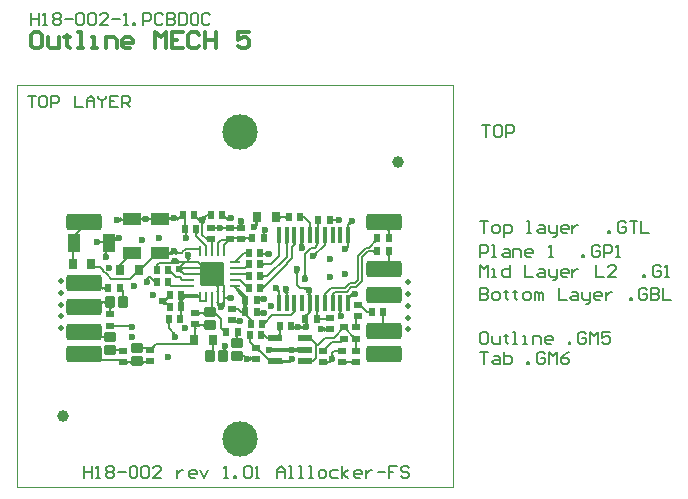
<source format=gtl>
G04 Layer_Physical_Order=1*
G04 Layer_Color=255*
%FSLAX42Y42*%
%MOMM*%
G71*
G01*
G75*
G04:AMPARAMS|DCode=10|XSize=0.57mm|YSize=0.65mm|CornerRadius=0.06mm|HoleSize=0mm|Usage=FLASHONLY|Rotation=180.000|XOffset=0mm|YOffset=0mm|HoleType=Round|Shape=RoundedRectangle|*
%AMROUNDEDRECTD10*
21,1,0.57,0.54,0,0,180.0*
21,1,0.46,0.65,0,0,180.0*
1,1,0.12,-0.23,0.27*
1,1,0.12,0.23,0.27*
1,1,0.12,0.23,-0.27*
1,1,0.12,-0.23,-0.27*
%
%ADD10ROUNDEDRECTD10*%
G04:AMPARAMS|DCode=11|XSize=0.57mm|YSize=0.65mm|CornerRadius=0.06mm|HoleSize=0mm|Usage=FLASHONLY|Rotation=90.000|XOffset=0mm|YOffset=0mm|HoleType=Round|Shape=RoundedRectangle|*
%AMROUNDEDRECTD11*
21,1,0.57,0.54,0,0,90.0*
21,1,0.46,0.65,0,0,90.0*
1,1,0.12,0.27,0.23*
1,1,0.12,0.27,-0.23*
1,1,0.12,-0.27,-0.23*
1,1,0.12,-0.27,0.23*
%
%ADD11ROUNDEDRECTD11*%
G04:AMPARAMS|DCode=12|XSize=0.8mm|YSize=1mm|CornerRadius=0.04mm|HoleSize=0mm|Usage=FLASHONLY|Rotation=0.000|XOffset=0mm|YOffset=0mm|HoleType=Round|Shape=RoundedRectangle|*
%AMROUNDEDRECTD12*
21,1,0.80,0.92,0,0,0.0*
21,1,0.72,1.00,0,0,0.0*
1,1,0.08,0.36,-0.46*
1,1,0.08,-0.36,-0.46*
1,1,0.08,-0.36,0.46*
1,1,0.08,0.36,0.46*
%
%ADD12ROUNDEDRECTD12*%
G04:AMPARAMS|DCode=13|XSize=0.8mm|YSize=1mm|CornerRadius=0.04mm|HoleSize=0mm|Usage=FLASHONLY|Rotation=90.000|XOffset=0mm|YOffset=0mm|HoleType=Round|Shape=RoundedRectangle|*
%AMROUNDEDRECTD13*
21,1,0.80,0.92,0,0,90.0*
21,1,0.72,1.00,0,0,90.0*
1,1,0.08,0.46,0.36*
1,1,0.08,0.46,-0.36*
1,1,0.08,-0.46,-0.36*
1,1,0.08,-0.46,0.36*
%
%ADD13ROUNDEDRECTD13*%
%ADD14C,1.00*%
%ADD15R,1.60X1.05*%
%ADD16R,0.70X0.90*%
%ADD17R,1.05X1.60*%
G04:AMPARAMS|DCode=18|XSize=0.25mm|YSize=0.9mm|CornerRadius=0.06mm|HoleSize=0mm|Usage=FLASHONLY|Rotation=0.000|XOffset=0mm|YOffset=0mm|HoleType=Round|Shape=RoundedRectangle|*
%AMROUNDEDRECTD18*
21,1,0.25,0.78,0,0,0.0*
21,1,0.13,0.90,0,0,0.0*
1,1,0.13,0.06,-0.39*
1,1,0.13,-0.06,-0.39*
1,1,0.13,-0.06,0.39*
1,1,0.13,0.06,0.39*
%
%ADD18ROUNDEDRECTD18*%
G04:AMPARAMS|DCode=19|XSize=0.25mm|YSize=0.9mm|CornerRadius=0.06mm|HoleSize=0mm|Usage=FLASHONLY|Rotation=90.000|XOffset=0mm|YOffset=0mm|HoleType=Round|Shape=RoundedRectangle|*
%AMROUNDEDRECTD19*
21,1,0.25,0.78,0,0,90.0*
21,1,0.13,0.90,0,0,90.0*
1,1,0.13,0.39,0.06*
1,1,0.13,0.39,-0.06*
1,1,0.13,-0.39,-0.06*
1,1,0.13,-0.39,0.06*
%
%ADD19ROUNDEDRECTD19*%
G04:AMPARAMS|DCode=20|XSize=2.1mm|YSize=2.1mm|CornerRadius=0.32mm|HoleSize=0mm|Usage=FLASHONLY|Rotation=0.000|XOffset=0mm|YOffset=0mm|HoleType=Round|Shape=RoundedRectangle|*
%AMROUNDEDRECTD20*
21,1,2.10,1.47,0,0,0.0*
21,1,1.47,2.10,0,0,0.0*
1,1,0.63,0.73,-0.73*
1,1,0.63,-0.73,-0.73*
1,1,0.63,-0.73,0.73*
1,1,0.63,0.73,0.73*
%
%ADD20ROUNDEDRECTD20*%
%ADD21R,1.22X0.62*%
G04:AMPARAMS|DCode=22|XSize=1.35mm|YSize=0.4mm|CornerRadius=0.06mm|HoleSize=0mm|Usage=FLASHONLY|Rotation=270.000|XOffset=0mm|YOffset=0mm|HoleType=Round|Shape=RoundedRectangle|*
%AMROUNDEDRECTD22*
21,1,1.35,0.28,0,0,270.0*
21,1,1.23,0.40,0,0,270.0*
1,1,0.12,-0.14,-0.61*
1,1,0.12,-0.14,0.61*
1,1,0.12,0.14,0.61*
1,1,0.12,0.14,-0.61*
%
%ADD22ROUNDEDRECTD22*%
%ADD23C,0.15*%
%ADD24C,0.30*%
%ADD25C,0.20*%
%ADD26C,0.25*%
%ADD27C,0.10*%
%ADD28C,3.00*%
%ADD29C,0.50*%
G04:AMPARAMS|DCode=30|XSize=3mm|YSize=1.4mm|CornerRadius=0.21mm|HoleSize=0mm|Usage=FLASHONLY|Rotation=0.000|XOffset=0mm|YOffset=0mm|HoleType=Round|Shape=RoundedRectangle|*
%AMROUNDEDRECTD30*
21,1,3.00,0.98,0,0,0.0*
21,1,2.58,1.40,0,0,0.0*
1,1,0.42,1.29,-0.49*
1,1,0.42,-1.29,-0.49*
1,1,0.42,-1.29,0.49*
1,1,0.42,1.29,0.49*
%
%ADD30ROUNDEDRECTD30*%
%ADD31C,0.60*%
G36*
X1295Y473D02*
Y452D01*
X1290D01*
Y483D01*
X1295Y473D01*
D02*
G37*
G36*
X1009Y452D02*
X986D01*
X990Y460D01*
X1005D01*
X1009Y452D01*
D02*
G37*
G36*
X2164D02*
X2141D01*
X2145Y460D01*
X2160D01*
X2164Y452D01*
D02*
G37*
G36*
X1571Y442D02*
X1550Y442D01*
X1539Y448D01*
X1569Y449D01*
X1571Y442D01*
D02*
G37*
G36*
X1679Y449D02*
X1659Y462D01*
Y478D01*
X1679Y491D01*
Y449D01*
D02*
G37*
G36*
X2078Y451D02*
X2047Y452D01*
X2057Y458D01*
X2079D01*
X2078Y451D01*
D02*
G37*
G36*
X1160Y475D02*
Y460D01*
X1152Y456D01*
Y479D01*
X1160Y475D01*
D02*
G37*
G36*
X1965Y477D02*
X1950D01*
X1946Y485D01*
X1969D01*
X1965Y477D01*
D02*
G37*
G36*
X2160D02*
X2145D01*
X2141Y485D01*
X2164D01*
X2160Y477D01*
D02*
G37*
G36*
X2095Y478D02*
X2080D01*
X2076Y485D01*
X2099D01*
X2095Y478D01*
D02*
G37*
G36*
X1190Y456D02*
X1182Y460D01*
Y475D01*
X1190Y479D01*
Y456D01*
D02*
G37*
G36*
X2356Y480D02*
X2369Y463D01*
X2327Y460D01*
X2339Y479D01*
X2336Y485D01*
X2359D01*
X2356Y480D01*
D02*
G37*
G36*
X2584Y469D02*
X2576Y472D01*
Y488D01*
X2584Y491D01*
Y469D01*
D02*
G37*
G36*
X2715Y440D02*
X2700D01*
X2696Y448D01*
X2719D01*
X2715Y440D01*
D02*
G37*
G36*
X2070Y388D02*
X2071D01*
X2071Y386D01*
X2081Y371D01*
X2039D01*
X2049Y386D01*
X2049Y388D01*
X2050D01*
X2052Y391D01*
X2067D01*
X2070Y388D01*
D02*
G37*
G36*
X1719Y386D02*
X1714Y375D01*
X1713Y407D01*
X1719Y407D01*
Y386D01*
D02*
G37*
G36*
X2491Y376D02*
X2469D01*
X2473Y384D01*
X2488D01*
X2491Y376D01*
D02*
G37*
G36*
X1160Y372D02*
Y358D01*
X1152Y354D01*
Y376D01*
X1160Y372D01*
D02*
G37*
G36*
X1190Y354D02*
X1182Y358D01*
Y372D01*
X1190Y376D01*
Y354D01*
D02*
G37*
G36*
X2039Y329D02*
X2025Y338D01*
X2011Y329D01*
Y371D01*
X2025Y362D01*
X2039Y371D01*
Y329D01*
D02*
G37*
G36*
X900Y380D02*
X885D01*
X881Y388D01*
X904D01*
X900Y380D01*
D02*
G37*
G36*
X2228Y409D02*
X2220Y412D01*
Y428D01*
X2228Y431D01*
Y409D01*
D02*
G37*
G36*
X1479Y379D02*
X1463Y389D01*
X1462Y389D01*
X1462Y390D01*
X1459Y392D01*
Y407D01*
X1462Y410D01*
X1462Y411D01*
X1464Y411D01*
X1479Y421D01*
Y379D01*
D02*
G37*
G36*
X1606Y412D02*
X1574D01*
Y418D01*
X1590Y423D01*
X1606Y412D01*
D02*
G37*
G36*
X2719Y390D02*
X2696D01*
X2700Y398D01*
X2715D01*
X2719Y390D01*
D02*
G37*
G36*
X2491Y416D02*
X2488Y409D01*
X2473Y409D01*
X2469Y418D01*
X2491Y416D01*
D02*
G37*
G36*
X2184Y428D02*
Y412D01*
X2176Y409D01*
Y431D01*
X2184Y428D01*
D02*
G37*
G36*
X1679Y569D02*
X1659Y582D01*
Y597D01*
X1679Y611D01*
Y569D01*
D02*
G37*
G36*
X1015Y572D02*
X985D01*
X977Y588D01*
X1022Y588D01*
X1015Y572D01*
D02*
G37*
G36*
X1041Y625D02*
Y595D01*
X1025Y589D01*
X1026Y632D01*
X1041Y625D01*
D02*
G37*
G36*
X1318Y555D02*
X1302D01*
X1299Y564D01*
X1321D01*
X1318Y555D01*
D02*
G37*
G36*
X1180Y578D02*
X1174Y562D01*
X1171Y564D01*
X1172Y581D01*
X1180Y578D01*
D02*
G37*
G36*
X1199Y564D02*
X1196Y562D01*
X1190Y578D01*
X1198Y581D01*
X1199Y564D01*
D02*
G37*
G36*
X1148Y599D02*
X1140Y603D01*
Y618D01*
X1148Y621D01*
Y599D01*
D02*
G37*
G36*
X516Y610D02*
X494D01*
X497Y618D01*
X512D01*
X516Y610D01*
D02*
G37*
G36*
X2096Y625D02*
X2099Y620D01*
X2087D01*
X2080Y618D01*
X2078Y620D01*
X2076D01*
X2077Y621D01*
X2065Y634D01*
X2106Y645D01*
X2096Y625D01*
D02*
G37*
G36*
X1839Y620D02*
X1816D01*
X1820Y628D01*
X1835D01*
X1839Y620D01*
D02*
G37*
G36*
X2456Y604D02*
X2437Y605D01*
X2432Y597D01*
X2426Y620D01*
X2432Y624D01*
X2443Y644D01*
X2456Y604D01*
D02*
G37*
G36*
X1559Y612D02*
X1514Y607D01*
X1503Y616D01*
X1538Y623D01*
X1559Y612D01*
D02*
G37*
G36*
X1399Y579D02*
X1379Y592D01*
X1372Y589D01*
Y611D01*
X1379Y608D01*
X1399Y621D01*
Y579D01*
D02*
G37*
G36*
X1268Y555D02*
X1252D01*
X1249Y564D01*
X1271D01*
X1268Y555D01*
D02*
G37*
G36*
X407Y503D02*
X392D01*
X389Y510D01*
X411D01*
X407Y503D01*
D02*
G37*
G36*
X2538Y523D02*
X2533Y506D01*
X2527Y511D01*
X2532Y533D01*
X2538Y523D01*
D02*
G37*
G36*
X1565Y512D02*
X1520D01*
X1527Y528D01*
X1557D01*
X1565Y512D01*
D02*
G37*
G36*
X1005Y480D02*
X990D01*
X986Y488D01*
X1009D01*
X1005Y480D01*
D02*
G37*
G36*
X411Y486D02*
X389D01*
X392Y494D01*
X407D01*
X411Y486D01*
D02*
G37*
G36*
X1470Y515D02*
Y500D01*
X1462Y496D01*
Y519D01*
X1470Y515D01*
D02*
G37*
G36*
X1271Y515D02*
X1249D01*
X1252Y522D01*
X1268D01*
X1271Y515D01*
D02*
G37*
G36*
X355Y549D02*
X348Y553D01*
Y568D01*
X355Y571D01*
Y549D01*
D02*
G37*
G36*
X1368Y555D02*
X1365D01*
X1368Y554D01*
X1370Y524D01*
X1339Y549D01*
X1310Y520D01*
X1306Y544D01*
X1316Y554D01*
X1339Y550D01*
X1351Y558D01*
X1349Y564D01*
X1371D01*
X1368Y555D01*
D02*
G37*
G36*
X1022Y552D02*
X977Y552D01*
X985Y568D01*
X1015D01*
X1022Y552D01*
D02*
G37*
G36*
X1557Y532D02*
X1527D01*
X1520Y548D01*
X1565D01*
X1557Y532D01*
D02*
G37*
G36*
X886Y588D02*
X877Y583D01*
X872Y570D01*
X877Y557D01*
X886Y552D01*
X874Y533D01*
X870Y541D01*
X849Y541D01*
X864Y570D01*
X849Y599D01*
X870Y599D01*
X874Y607D01*
X886Y588D01*
D02*
G37*
G36*
X338Y568D02*
Y553D01*
X330Y549D01*
X329Y571D01*
X338Y568D01*
D02*
G37*
G36*
X440Y370D02*
Y355D01*
X432Y351D01*
Y374D01*
X440Y370D01*
D02*
G37*
G36*
X2328Y136D02*
X2320Y140D01*
Y155D01*
X2328Y159D01*
Y136D01*
D02*
G37*
G36*
X1778Y175D02*
Y145D01*
X1761Y139D01*
Y181D01*
X1778Y175D01*
D02*
G37*
G36*
X1919Y139D02*
X1902Y145D01*
Y175D01*
X1919Y181D01*
Y139D01*
D02*
G37*
G36*
X1546Y107D02*
X1533Y94D01*
X1530Y100D01*
X1540Y110D01*
X1546Y107D01*
D02*
G37*
G36*
X1527Y112D02*
Y98D01*
X1520Y94D01*
Y116D01*
X1527Y112D01*
D02*
G37*
G36*
X2301Y101D02*
X2259D01*
X2273Y121D01*
X2288D01*
X2301Y101D01*
D02*
G37*
G36*
X457Y162D02*
Y148D01*
X450Y144D01*
Y166D01*
X457Y162D01*
D02*
G37*
G36*
X685Y183D02*
Y167D01*
X677Y164D01*
Y186D01*
X685Y183D01*
D02*
G37*
G36*
X708Y164D02*
X700Y167D01*
X701Y183D01*
X709Y185D01*
X708Y164D01*
D02*
G37*
G36*
X2238Y175D02*
X2232Y164D01*
X2213Y176D01*
X2224Y182D01*
X2238Y175D01*
D02*
G37*
G36*
X478Y144D02*
X470Y148D01*
Y162D01*
X478Y166D01*
Y144D01*
D02*
G37*
G36*
X1377Y149D02*
X1362D01*
X1349Y169D01*
X1391D01*
X1377Y149D01*
D02*
G37*
G36*
X1281Y155D02*
X1259Y155D01*
X1262Y162D01*
X1277D01*
X1281Y155D01*
D02*
G37*
G36*
X1732Y95D02*
X1733Y72D01*
X1727Y82D01*
X1730Y101D01*
X1732Y95D01*
D02*
G37*
G36*
X685Y60D02*
Y45D01*
X677Y41D01*
Y64D01*
X685Y60D01*
D02*
G37*
G36*
X708Y41D02*
X700Y45D01*
Y60D01*
X708Y64D01*
Y41D01*
D02*
G37*
G36*
X2240Y60D02*
Y45D01*
X2232Y41D01*
Y64D01*
X2240Y60D01*
D02*
G37*
G36*
X1866Y73D02*
Y47D01*
X1854Y41D01*
Y79D01*
X1866Y73D01*
D02*
G37*
G36*
X550Y60D02*
Y45D01*
X542Y41D01*
Y64D01*
X550Y60D01*
D02*
G37*
G36*
X578Y41D02*
X570Y45D01*
Y60D01*
X578Y64D01*
Y41D01*
D02*
G37*
G36*
X2400Y60D02*
Y45D01*
X2392Y41D01*
Y64D01*
X2400Y60D01*
D02*
G37*
G36*
X478Y59D02*
X470Y62D01*
X471Y77D01*
X479Y80D01*
X478Y59D01*
D02*
G37*
G36*
X338Y77D02*
X336Y62D01*
X325Y59D01*
X330Y81D01*
X338Y77D01*
D02*
G37*
G36*
X1596Y93D02*
X1598Y94D01*
Y92D01*
X1600Y90D01*
X1602Y75D01*
X1598Y72D01*
Y71D01*
X1597Y72D01*
X1583Y61D01*
X1580Y103D01*
X1596Y93D01*
D02*
G37*
G36*
X2448Y41D02*
X2440Y45D01*
Y60D01*
X2448Y64D01*
Y41D01*
D02*
G37*
G36*
X2273Y51D02*
X2258Y47D01*
X2247Y58D01*
X2251Y73D01*
X2273Y51D01*
D02*
G37*
G36*
X2115Y72D02*
Y57D01*
X2108Y54D01*
Y75D01*
X2115Y72D01*
D02*
G37*
G36*
X1131Y285D02*
X1109D01*
X1112Y292D01*
X1127D01*
X1131Y285D01*
D02*
G37*
G36*
X1838Y289D02*
X1840Y286D01*
X1808D01*
X1818Y291D01*
X1838Y289D01*
D02*
G37*
G36*
X1355Y341D02*
X1354Y313D01*
X1348Y324D01*
X1349Y344D01*
X1355Y341D01*
D02*
G37*
G36*
X2462Y281D02*
X2448Y264D01*
X2442Y275D01*
X2451Y287D01*
X2462Y281D01*
D02*
G37*
G36*
X1477Y270D02*
X1462D01*
X1459Y278D01*
X1481D01*
X1477Y270D01*
D02*
G37*
G36*
X960Y298D02*
X922Y281D01*
X923Y302D01*
X937Y308D01*
X960Y298D01*
D02*
G37*
G36*
X2365Y319D02*
X2354Y313D01*
X2342Y323D01*
X2348Y333D01*
X2365Y319D01*
D02*
G37*
G36*
X1969Y329D02*
X1949Y342D01*
Y358D01*
X1969Y371D01*
Y329D01*
D02*
G37*
G36*
X1127Y336D02*
X1112D01*
X1109Y344D01*
X1131D01*
X1127Y336D01*
D02*
G37*
G36*
X552Y340D02*
X538Y355D01*
X546Y370D01*
X569Y378D01*
X552Y340D01*
D02*
G37*
G36*
X2418Y320D02*
X2404Y313D01*
X2393Y319D01*
X2412Y331D01*
X2418Y320D01*
D02*
G37*
G36*
X1840Y320D02*
X1825D01*
X1821Y328D01*
X1844D01*
X1840Y320D01*
D02*
G37*
G36*
X2225Y342D02*
X2228Y344D01*
Y341D01*
X2229Y340D01*
Y325D01*
X2228Y324D01*
Y321D01*
X2225Y323D01*
X2209Y312D01*
Y354D01*
X2225Y342D01*
D02*
G37*
G36*
X1717Y279D02*
X1712Y263D01*
X1706D01*
Y295D01*
X1717Y279D01*
D02*
G37*
G36*
X1277Y188D02*
X1262D01*
X1259Y196D01*
X1281D01*
X1277Y188D01*
D02*
G37*
G36*
X1617Y206D02*
X1598Y194D01*
X1592Y205D01*
X1606Y212D01*
X1617Y206D01*
D02*
G37*
G36*
X1076Y196D02*
X1068Y200D01*
Y215D01*
X1076Y219D01*
Y196D01*
D02*
G37*
G36*
X778Y185D02*
X772Y174D01*
X753Y186D01*
X764Y192D01*
X778Y185D01*
D02*
G37*
G36*
X2491Y176D02*
X2469D01*
X2473Y184D01*
X2488D01*
X2491Y176D01*
D02*
G37*
G36*
X1987Y138D02*
X1974Y144D01*
X1961Y139D01*
Y181D01*
X1974Y176D01*
X1987Y183D01*
Y138D01*
D02*
G37*
G36*
X2488Y216D02*
X2473D01*
X2469Y224D01*
X2491D01*
X2488Y216D01*
D02*
G37*
G36*
X350Y254D02*
X342Y258D01*
Y272D01*
X350Y276D01*
Y254D01*
D02*
G37*
G36*
X338Y272D02*
X337Y258D01*
X328Y254D01*
X330Y276D01*
X338Y272D01*
D02*
G37*
G36*
X1481Y255D02*
X1459D01*
X1462Y262D01*
X1477D01*
X1481Y255D01*
D02*
G37*
G36*
X2364Y224D02*
X2356Y218D01*
X2342Y225D01*
X2347Y230D01*
X2364Y224D01*
D02*
G37*
G36*
X2113Y248D02*
Y226D01*
X2108D01*
Y258D01*
X2113Y248D01*
D02*
G37*
G36*
X1590Y240D02*
X1575D01*
X1571Y248D01*
X1594D01*
X1590Y240D01*
D02*
G37*
G36*
X1378Y1079D02*
X1370Y1082D01*
Y1098D01*
X1378Y1101D01*
Y1079D01*
D02*
G37*
G36*
X449Y1079D02*
X429Y1093D01*
Y1107D01*
X449Y1121D01*
Y1079D01*
D02*
G37*
G36*
X1450Y1107D02*
Y1093D01*
X1442Y1089D01*
Y1111D01*
X1450Y1107D01*
D02*
G37*
G36*
X1397Y1064D02*
X1386Y1058D01*
X1372Y1065D01*
X1378Y1076D01*
X1397Y1064D01*
D02*
G37*
G36*
X2653Y1068D02*
X2643Y1062D01*
X2628Y1069D01*
X2634Y1080D01*
X2653Y1068D01*
D02*
G37*
G36*
X1218Y1077D02*
X1207Y1093D01*
X1212Y1109D01*
X1218D01*
Y1077D01*
D02*
G37*
G36*
X1478Y1089D02*
X1470Y1093D01*
Y1107D01*
X1478Y1111D01*
Y1089D01*
D02*
G37*
G36*
X1720Y1142D02*
X1705Y1128D01*
X1697Y1132D01*
X1686D01*
X1689Y1138D01*
X1682Y1159D01*
X1720Y1142D01*
D02*
G37*
G36*
X2769Y1132D02*
X2746D01*
X2750Y1140D01*
X2765D01*
X2769Y1132D01*
D02*
G37*
G36*
X126Y1139D02*
X94D01*
X104Y1145D01*
X126D01*
Y1139D01*
D02*
G37*
G36*
X1550Y1107D02*
Y1093D01*
X1542Y1089D01*
Y1111D01*
X1550Y1107D01*
D02*
G37*
G36*
X1574Y1089D02*
X1566Y1093D01*
Y1107D01*
X1574Y1111D01*
Y1089D01*
D02*
G37*
G36*
X1048Y1141D02*
X1061Y1121D01*
X1019D01*
X1032Y1141D01*
X1029Y1148D01*
X1051D01*
X1048Y1141D01*
D02*
G37*
G36*
X1268Y1056D02*
X1252D01*
X1249Y1064D01*
X1271D01*
X1268Y1056D01*
D02*
G37*
G36*
X1148Y1001D02*
X1140Y1005D01*
Y1020D01*
X1148Y1024D01*
Y1001D01*
D02*
G37*
G36*
X1271Y1036D02*
X1249D01*
X1252Y1045D01*
X1268D01*
X1271Y1036D01*
D02*
G37*
G36*
X1321D02*
X1299D01*
X1302Y1045D01*
X1318D01*
X1321Y1036D01*
D02*
G37*
G36*
X2634Y979D02*
X2626Y982D01*
Y998D01*
X2634Y1001D01*
Y979D01*
D02*
G37*
G36*
X1719Y949D02*
X1701Y961D01*
X1696Y959D01*
Y981D01*
X1701Y979D01*
X1719Y991D01*
Y949D01*
D02*
G37*
G36*
X932Y961D02*
X908Y968D01*
X907Y969D01*
Y968D01*
X900Y964D01*
Y981D01*
X899Y982D01*
X900Y983D01*
Y986D01*
X901Y985D01*
X911Y997D01*
X932Y961D01*
D02*
G37*
G36*
X2030Y1060D02*
X2031D01*
X2031Y1059D01*
X2041Y1044D01*
X1999D01*
X2009Y1059D01*
X2009Y1060D01*
X2010D01*
X2012Y1064D01*
X2027D01*
X2030Y1060D01*
D02*
G37*
G36*
X2160Y1052D02*
X2145D01*
X2141Y1060D01*
X2164D01*
X2160Y1052D01*
D02*
G37*
G36*
X2225D02*
X2210D01*
X2206Y1060D01*
X2229D01*
X2225Y1052D01*
D02*
G37*
G36*
X2420D02*
X2405D01*
X2401Y1060D01*
X2424D01*
X2420Y1052D01*
D02*
G37*
G36*
X1835D02*
X1820D01*
X1816Y1060D01*
X1839D01*
X1835Y1052D01*
D02*
G37*
G36*
X1900D02*
X1885D01*
X1881Y1060D01*
X1904D01*
X1900Y1052D01*
D02*
G37*
G36*
X1967D02*
X1952D01*
X1949Y1060D01*
X1971D01*
X1967Y1052D01*
D02*
G37*
G36*
X981Y1277D02*
Y1262D01*
X961Y1249D01*
Y1291D01*
X981Y1277D01*
D02*
G37*
G36*
X1399Y1249D02*
X1379Y1262D01*
Y1277D01*
X1399Y1291D01*
Y1249D01*
D02*
G37*
G36*
X738Y1275D02*
X741Y1276D01*
Y1273D01*
X741Y1273D01*
Y1257D01*
X741Y1257D01*
Y1254D01*
X738Y1255D01*
X721Y1244D01*
Y1286D01*
X738Y1275D01*
D02*
G37*
G36*
X2319Y1239D02*
X2299Y1252D01*
Y1268D01*
X2319Y1281D01*
Y1239D01*
D02*
G37*
G36*
X498Y1270D02*
X501Y1271D01*
Y1268D01*
X501Y1268D01*
Y1252D01*
X501Y1252D01*
Y1249D01*
X498Y1250D01*
X481Y1239D01*
Y1281D01*
X498Y1270D01*
D02*
G37*
G36*
X2294Y1268D02*
Y1252D01*
X2286Y1249D01*
Y1271D01*
X2294Y1268D01*
D02*
G37*
G36*
X1040Y1262D02*
X1025Y1260D01*
X1021Y1268D01*
X1040Y1269D01*
X1040Y1262D01*
D02*
G37*
G36*
X1884Y1269D02*
X1876Y1273D01*
Y1288D01*
X1884Y1291D01*
Y1269D01*
D02*
G37*
G36*
X679Y1244D02*
X662Y1255D01*
X660Y1254D01*
Y1257D01*
X659Y1257D01*
Y1273D01*
X660Y1273D01*
Y1276D01*
X662Y1275D01*
X679Y1286D01*
Y1244D01*
D02*
G37*
G36*
X919Y1249D02*
X902Y1260D01*
X900Y1259D01*
Y1262D01*
X899Y1262D01*
Y1277D01*
X900Y1278D01*
Y1281D01*
X902Y1280D01*
X919Y1291D01*
Y1249D01*
D02*
G37*
G36*
X1214Y1284D02*
X1210Y1260D01*
X1180Y1290D01*
X1204Y1294D01*
X1214Y1284D01*
D02*
G37*
G36*
X1142Y1276D02*
X1135Y1262D01*
X1124Y1268D01*
X1136Y1287D01*
X1142Y1276D01*
D02*
G37*
G36*
X1842Y1288D02*
Y1273D01*
X1834Y1269D01*
Y1291D01*
X1842Y1288D01*
D02*
G37*
G36*
X2170Y1220D02*
X2155D01*
X2151Y1228D01*
X2174D01*
X2170Y1220D01*
D02*
G37*
G36*
X1450Y1195D02*
Y1180D01*
X1442Y1176D01*
Y1199D01*
X1450Y1195D01*
D02*
G37*
G36*
X1478Y1176D02*
X1470Y1180D01*
Y1195D01*
X1478Y1199D01*
Y1176D01*
D02*
G37*
G36*
X2170Y1201D02*
X2171Y1193D01*
X2151Y1195D01*
X2155Y1203D01*
X2170Y1201D01*
D02*
G37*
G36*
X1135Y1140D02*
X1120D01*
X1116Y1148D01*
X1139D01*
X1135Y1140D01*
D02*
G37*
G36*
X2765Y1162D02*
X2750D01*
X2746Y1170D01*
X2769D01*
X2765Y1162D01*
D02*
G37*
G36*
X145Y1165D02*
X124D01*
Y1170D01*
X156D01*
X145Y1165D01*
D02*
G37*
G36*
X2099Y1195D02*
X2076D01*
X2080Y1203D01*
X2095D01*
X2099Y1195D01*
D02*
G37*
G36*
X1044Y1212D02*
X1021D01*
X1025Y1220D01*
X1040D01*
X1044Y1212D01*
D02*
G37*
G36*
X2450Y1220D02*
X2426Y1216D01*
X2416Y1226D01*
X2420Y1250D01*
X2450Y1220D01*
D02*
G37*
G36*
X1188Y1219D02*
X1173D01*
X1159Y1239D01*
X1201D01*
X1188Y1219D01*
D02*
G37*
G36*
X2424Y1195D02*
X2401D01*
X2405Y1203D01*
X2420D01*
X2424Y1195D01*
D02*
G37*
G36*
X1644Y1236D02*
X1651D01*
X1648Y1229D01*
X1650Y1204D01*
X1619Y1230D01*
X1633Y1239D01*
X1644Y1236D01*
D02*
G37*
G36*
X1518Y1209D02*
X1502D01*
X1489Y1229D01*
X1531D01*
X1518Y1209D01*
D02*
G37*
G36*
X88Y973D02*
X73D01*
X69Y980D01*
X91D01*
X88Y973D01*
D02*
G37*
G36*
X1024Y739D02*
X1015Y743D01*
Y757D01*
X1024Y761D01*
Y739D01*
D02*
G37*
G36*
X725Y765D02*
X731Y751D01*
X691Y753D01*
X713Y774D01*
X725Y765D01*
D02*
G37*
G36*
X1704Y788D02*
Y772D01*
X1696Y769D01*
Y791D01*
X1704Y788D01*
D02*
G37*
G36*
X1549Y713D02*
X1544Y690D01*
X1538Y701D01*
X1543Y717D01*
X1549Y713D01*
D02*
G37*
G36*
X1365Y705D02*
X1355Y695D01*
X1348Y699D01*
X1361Y712D01*
X1365Y705D01*
D02*
G37*
G36*
X766Y761D02*
X764Y730D01*
X758Y741D01*
X758Y762D01*
X766Y761D01*
D02*
G37*
G36*
X1179Y779D02*
X1159Y793D01*
Y807D01*
X1179Y821D01*
Y779D01*
D02*
G37*
G36*
X1155Y789D02*
X1148Y793D01*
Y807D01*
X1155Y811D01*
Y789D01*
D02*
G37*
G36*
X1544D02*
X1536Y793D01*
X1536Y807D01*
X1545Y811D01*
X1544Y789D01*
D02*
G37*
G36*
X1120Y807D02*
Y793D01*
X1111Y789D01*
Y811D01*
X1120Y807D01*
D02*
G37*
G36*
X1241D02*
Y793D01*
X1221Y779D01*
Y821D01*
X1241Y807D01*
D02*
G37*
G36*
X605Y785D02*
X601Y780D01*
X600Y801D01*
X606Y811D01*
X605Y785D01*
D02*
G37*
G36*
X2071Y781D02*
X2029D01*
X2042Y801D01*
X2058D01*
X2071Y781D01*
D02*
G37*
G36*
X1024Y689D02*
X1015Y693D01*
Y707D01*
X1024Y711D01*
Y689D01*
D02*
G37*
G36*
X1900Y630D02*
X1885Y628D01*
X1871Y647D01*
X1913Y650D01*
X1900Y630D01*
D02*
G37*
G36*
X1833Y658D02*
X1822Y647D01*
X1807Y651D01*
X1829Y673D01*
X1833Y658D01*
D02*
G37*
G36*
X1321Y651D02*
X1299D01*
X1302Y660D01*
X1318D01*
X1321Y651D01*
D02*
G37*
G36*
X1904Y620D02*
X1881D01*
X1885Y628D01*
X1900D01*
X1904Y620D01*
D02*
G37*
G36*
X2229D02*
X2206D01*
X2210Y628D01*
X2225D01*
X2229Y620D01*
D02*
G37*
G36*
X2294D02*
X2271D01*
X2275Y628D01*
X2290D01*
X2294Y620D01*
D02*
G37*
G36*
X1371Y651D02*
X1349D01*
X1352Y660D01*
X1368D01*
X1371Y651D01*
D02*
G37*
G36*
X1702Y681D02*
X1696Y670D01*
Y702D01*
X1702D01*
Y681D01*
D02*
G37*
G36*
X1469Y682D02*
X1453Y677D01*
X1437Y688D01*
X1469D01*
Y682D01*
D02*
G37*
G36*
X1318Y688D02*
X1302D01*
X1299Y695D01*
X1321D01*
X1318Y688D01*
D02*
G37*
G36*
X2050Y658D02*
X2042Y674D01*
X2052Y685D01*
X2064Y686D01*
X2050Y658D01*
D02*
G37*
G36*
X354Y665D02*
X344Y670D01*
Y690D01*
X354Y695D01*
Y665D01*
D02*
G37*
G36*
X340Y690D02*
X340Y670D01*
X329Y665D01*
X330Y695D01*
X340Y690D01*
D02*
G37*
G36*
X1068Y919D02*
X1071Y912D01*
X1049D01*
X1052Y919D01*
X1039Y939D01*
X1081D01*
X1068Y919D01*
D02*
G37*
G36*
X1481Y912D02*
X1449D01*
X1460Y918D01*
X1481D01*
Y912D01*
D02*
G37*
G36*
X533Y918D02*
X512D01*
Y923D01*
X544D01*
X533Y918D01*
D02*
G37*
G36*
X936Y884D02*
X916Y886D01*
X912Y902D01*
X923Y924D01*
X936Y884D01*
D02*
G37*
G36*
X1120Y907D02*
Y893D01*
X1111Y889D01*
Y911D01*
X1120Y907D01*
D02*
G37*
G36*
X2769Y910D02*
X2746D01*
X2750Y918D01*
X2765D01*
X2769Y910D01*
D02*
G37*
G36*
X759Y923D02*
X748Y918D01*
X735Y926D01*
X741Y936D01*
X759Y923D01*
D02*
G37*
G36*
X368Y980D02*
X371D01*
X370Y978D01*
X381Y961D01*
X339D01*
X350Y978D01*
X349Y980D01*
X352D01*
X353Y981D01*
X367D01*
X368Y980D01*
D02*
G37*
G36*
X982Y985D02*
X974Y970D01*
X951Y962D01*
X968Y1000D01*
X982Y985D01*
D02*
G37*
G36*
X1544Y969D02*
X1536Y973D01*
Y988D01*
X1544Y991D01*
Y969D01*
D02*
G37*
G36*
X91Y925D02*
X69D01*
X73Y932D01*
X88D01*
X91Y925D01*
D02*
G37*
G36*
X2765Y950D02*
X2750D01*
X2746Y958D01*
X2769D01*
X2765Y950D01*
D02*
G37*
G36*
X2154Y974D02*
X2150Y950D01*
X2120Y980D01*
X2144Y984D01*
X2154Y974D01*
D02*
G37*
G36*
X992Y907D02*
X986Y893D01*
X963Y883D01*
X977Y923D01*
X992Y907D01*
D02*
G37*
G36*
X1155Y839D02*
X1148Y843D01*
Y857D01*
X1155Y861D01*
Y839D01*
D02*
G37*
G36*
X680Y849D02*
X674Y839D01*
Y871D01*
X680D01*
Y849D01*
D02*
G37*
G36*
X1010Y869D02*
X1010Y860D01*
X1016Y858D01*
X1024Y861D01*
Y839D01*
X1020Y841D01*
X1011Y832D01*
X1014Y816D01*
X1004Y806D01*
X980Y810D01*
X1005Y834D01*
X998Y854D01*
X973Y869D01*
X997Y877D01*
X1010Y869D01*
D02*
G37*
G36*
X1505Y807D02*
Y793D01*
X1496Y789D01*
Y811D01*
X1505Y807D01*
D02*
G37*
G36*
X922Y819D02*
X922Y798D01*
X914Y799D01*
X916Y830D01*
X922Y819D01*
D02*
G37*
G36*
X1988Y799D02*
X1973D01*
X1959Y819D01*
X2001D01*
X1988Y799D01*
D02*
G37*
G36*
X1120Y857D02*
Y843D01*
X1111Y839D01*
Y861D01*
X1120Y857D01*
D02*
G37*
G36*
X1704Y888D02*
Y873D01*
X1696Y869D01*
Y891D01*
X1704Y888D01*
D02*
G37*
G36*
X1163Y893D02*
X1155Y869D01*
X1150Y880D01*
X1155Y896D01*
X1163Y893D01*
D02*
G37*
G36*
X1024Y901D02*
X1029Y887D01*
X1023Y882D01*
X1020Y891D01*
X1015Y893D01*
Y907D01*
X1024Y911D01*
Y901D01*
D02*
G37*
G36*
X1505Y857D02*
Y843D01*
X1496Y839D01*
Y861D01*
X1505Y857D01*
D02*
G37*
G36*
X282Y868D02*
Y852D01*
X274Y849D01*
Y871D01*
X282Y868D01*
D02*
G37*
G36*
X804Y862D02*
X781D01*
X785Y870D01*
X800D01*
X804Y862D01*
D02*
G37*
G54D10*
X1685Y380D02*
D03*
X1590D02*
D03*
X1543Y580D02*
D03*
X1638D02*
D03*
X1348Y1300D02*
D03*
X1252D02*
D03*
X888Y730D02*
D03*
X793D02*
D03*
Y830D02*
D03*
X888D02*
D03*
X998Y620D02*
D03*
X902D02*
D03*
X998Y520D02*
D03*
X902D02*
D03*
X2258Y1260D02*
D03*
X2162D02*
D03*
X2052Y420D02*
D03*
X2148D02*
D03*
X1127Y1180D02*
D03*
X1032D02*
D03*
X1667Y980D02*
D03*
X1573D02*
D03*
X1912Y1280D02*
D03*
X2008D02*
D03*
X1667Y880D02*
D03*
X1573D02*
D03*
X478Y680D02*
D03*
X383D02*
D03*
X1667Y780D02*
D03*
X1573D02*
D03*
X1667Y680D02*
D03*
X1573D02*
D03*
X2758Y990D02*
D03*
X2662D02*
D03*
X2758Y1100D02*
D03*
X2662D02*
D03*
X893Y420D02*
D03*
X988D02*
D03*
X1677Y280D02*
D03*
X1582D02*
D03*
X1833Y360D02*
D03*
X1927D02*
D03*
X1698Y1100D02*
D03*
X1602D02*
D03*
X1012Y1300D02*
D03*
X1107D02*
D03*
X2612Y480D02*
D03*
X2708D02*
D03*
X1543D02*
D03*
X1638D02*
D03*
X1477Y310D02*
D03*
X1382D02*
D03*
G54D11*
X510Y148D02*
D03*
Y52D02*
D03*
X1430Y507D02*
D03*
Y412D02*
D03*
X400Y457D02*
D03*
Y362D02*
D03*
X1510Y1188D02*
D03*
Y1093D02*
D03*
X1250Y1188D02*
D03*
Y1093D02*
D03*
X1410Y1188D02*
D03*
Y1093D02*
D03*
X1120Y468D02*
D03*
Y372D02*
D03*
X2480Y52D02*
D03*
Y148D02*
D03*
X2260Y333D02*
D03*
Y428D02*
D03*
X2480Y253D02*
D03*
Y347D02*
D03*
X2380Y253D02*
D03*
Y347D02*
D03*
X1630Y82D02*
D03*
Y177D02*
D03*
X2360Y148D02*
D03*
Y52D02*
D03*
X2200D02*
D03*
Y148D02*
D03*
X2500Y445D02*
D03*
Y540D02*
D03*
X740Y158D02*
D03*
Y62D02*
D03*
G54D12*
X1245Y105D02*
D03*
X1355D02*
D03*
X505Y560D02*
D03*
X395D02*
D03*
G54D13*
X400Y155D02*
D03*
Y265D02*
D03*
X628Y65D02*
D03*
Y175D02*
D03*
X1240Y365D02*
D03*
Y475D02*
D03*
X1470Y215D02*
D03*
Y105D02*
D03*
G54D14*
X2840Y1750D02*
D03*
X0Y-400D02*
D03*
G54D15*
X580Y975D02*
D03*
Y1265D02*
D03*
X820Y975D02*
D03*
Y1265D02*
D03*
G54D16*
X480Y830D02*
D03*
X640D02*
D03*
X1270Y240D02*
D03*
X1110D02*
D03*
X1800Y1280D02*
D03*
X1640D02*
D03*
X80Y880D02*
D03*
X240D02*
D03*
G54D17*
X95Y1060D02*
D03*
X385D02*
D03*
G54D18*
X1160Y993D02*
D03*
X1210D02*
D03*
X1260D02*
D03*
X1310D02*
D03*
X1360D02*
D03*
Y607D02*
D03*
X1310D02*
D03*
X1260D02*
D03*
X1210D02*
D03*
X1160D02*
D03*
G54D19*
X1452Y900D02*
D03*
Y850D02*
D03*
Y800D02*
D03*
Y750D02*
D03*
Y700D02*
D03*
X1068D02*
D03*
Y750D02*
D03*
Y800D02*
D03*
Y850D02*
D03*
Y900D02*
D03*
G54D20*
X1260Y800D02*
D03*
G54D21*
X1793Y255D02*
D03*
X2047Y160D02*
D03*
X1793Y65D02*
D03*
X2047Y255D02*
D03*
Y65D02*
D03*
G54D22*
X2412Y1127D02*
D03*
X2348D02*
D03*
X2283D02*
D03*
X2217D02*
D03*
X2152D02*
D03*
X2088D02*
D03*
X2023D02*
D03*
X1958D02*
D03*
X1892D02*
D03*
X1827D02*
D03*
Y553D02*
D03*
X1892D02*
D03*
X1958D02*
D03*
X2023D02*
D03*
X2088D02*
D03*
X2152D02*
D03*
X2217D02*
D03*
X2283D02*
D03*
X2348D02*
D03*
X2412D02*
D03*
G54D23*
X1685Y380D02*
X1702D01*
X1773Y450D01*
X1933D01*
X1958Y475D01*
Y553D01*
X1590Y380D02*
Y412D01*
X1543Y460D02*
X1590Y412D01*
X1543Y460D02*
Y480D01*
X1582Y225D02*
Y280D01*
X1730Y255D02*
X1793D01*
X1705Y280D02*
X1730Y255D01*
X1677Y280D02*
X1705D01*
X1452Y688D02*
X1480Y660D01*
X1030Y900D02*
X1068D01*
X960D02*
X1030D01*
X950Y910D02*
X960Y900D01*
X930Y910D02*
X950D01*
X910Y890D02*
X930Y910D01*
X810Y890D02*
X910D01*
X793Y873D02*
X810Y890D01*
X793Y830D02*
Y873D01*
X368Y798D02*
X372D01*
X338Y828D02*
X368Y798D01*
X338Y828D02*
Y832D01*
X310Y860D02*
X338Y832D01*
X260Y860D02*
X310D01*
X372Y798D02*
X410Y760D01*
X793Y830D02*
X795Y832D01*
X980Y850D02*
X1030Y900D01*
X385Y1060D02*
X395Y1070D01*
X415D01*
X2217Y1048D02*
Y1127D01*
X2120Y950D02*
X2217Y1048D01*
X1958Y1127D02*
X1960Y1125D01*
Y1050D02*
Y1125D01*
X1940Y1030D02*
X1960Y1050D01*
X1667Y680D02*
X1690D01*
X1892Y943D02*
Y1127D01*
X1730Y780D02*
X1892Y943D01*
X1667Y780D02*
X1730D01*
X1827Y948D02*
Y1127D01*
X1760Y880D02*
X1827Y948D01*
X1667Y880D02*
X1760D01*
X1667Y980D02*
X1677Y970D01*
X1740D01*
X1890Y670D02*
X1892Y668D01*
Y553D02*
Y668D01*
X2400Y650D02*
X2440Y690D01*
X2300Y650D02*
X2400D01*
X2388Y680D02*
X2428Y720D01*
X2270Y680D02*
X2388D01*
X2283Y632D02*
X2300Y650D01*
X2440Y690D02*
X2480D01*
X2217Y628D02*
X2270Y680D01*
X2428Y720D02*
X2468D01*
X2080Y660D02*
X2088Y653D01*
Y553D02*
Y653D01*
Y478D02*
Y553D01*
X2052Y443D02*
X2088Y478D01*
X2052Y420D02*
Y443D01*
X2148Y420D02*
X2152Y425D01*
Y553D01*
X2720Y840D02*
X2758Y877D01*
Y990D01*
X2662Y1093D02*
Y1100D01*
X2480Y690D02*
X2530Y740D01*
X2468Y720D02*
X2500Y752D01*
X2217Y553D02*
Y628D01*
X2283Y553D02*
Y632D01*
X2758Y1100D02*
Y1212D01*
X2348Y443D02*
X2350Y440D01*
X2348Y443D02*
Y553D01*
X2450Y630D02*
X2470D01*
X2412Y593D02*
X2450Y630D01*
X2412Y553D02*
Y593D01*
X2140Y200D02*
Y210D01*
Y90D02*
Y200D01*
X2377Y347D02*
X2380D01*
X2290Y260D02*
X2377Y347D01*
X2220Y260D02*
X2290D01*
X2160Y200D02*
X2220Y260D01*
X2140Y200D02*
X2160D01*
X2192Y333D02*
X2260D01*
X2252Y420D02*
X2260Y428D01*
X2148Y420D02*
X2252D01*
X1990Y350D02*
X2060D01*
X1927Y360D02*
X1938Y350D01*
X1990D01*
X2052Y420D02*
X2060Y412D01*
Y350D02*
Y412D01*
X2047Y255D02*
X2095D01*
X2140Y210D01*
X2115Y65D02*
X2140Y90D01*
X2047Y65D02*
X2115D01*
X2480Y347D02*
Y432D01*
X2475Y253D02*
X2480D01*
X2380Y347D02*
X2475Y253D01*
X2480Y148D02*
Y253D01*
X2360Y52D02*
X2480D01*
X2348Y220D02*
X2380Y253D01*
X2273Y220D02*
X2348D01*
X2200Y148D02*
X2273Y220D01*
X395Y1070D02*
X425Y1100D01*
X470D01*
X2390Y1010D02*
X2412Y1032D01*
Y1127D01*
X1800Y1280D02*
X1912D01*
X1698Y1157D02*
X1710Y1170D01*
X1698Y1100D02*
Y1157D01*
X1310Y750D02*
X1360Y700D01*
X1260Y800D02*
X1310Y750D01*
X1360Y607D02*
Y700D01*
X1310Y607D02*
Y750D01*
X1360Y607D02*
X1368Y600D01*
X1420D01*
X1310Y550D02*
X1340Y520D01*
X1310Y550D02*
Y607D01*
X1340Y520D02*
X1360Y540D01*
Y607D01*
X1570Y680D02*
X1573D01*
X1500Y750D02*
X1570Y680D01*
X1452Y750D02*
X1500D01*
X1552Y800D02*
X1573Y780D01*
X1452Y800D02*
X1552D01*
X1543Y850D02*
X1573Y880D01*
X1452Y850D02*
X1543D01*
X1532Y980D02*
X1573D01*
X1452Y900D02*
X1532Y980D01*
X1360Y1043D02*
X1407Y1090D01*
X1410Y1093D01*
X1340Y1090D02*
X1407D01*
X1310Y1060D02*
X1340Y1090D01*
X1310Y993D02*
Y1060D01*
X1360Y993D02*
Y1043D01*
X1410Y1093D02*
X1418Y1100D01*
X1620Y1200D02*
X1640Y1220D01*
Y1280D01*
X1218Y1093D02*
X1250D01*
X1410Y1188D02*
X1510D01*
X1250Y1093D02*
X1260Y1082D01*
Y993D02*
Y1082D01*
X1127Y1123D02*
Y1180D01*
Y1123D02*
X1210Y1040D01*
Y993D02*
Y1040D01*
X1032Y1180D02*
X1040Y1173D01*
Y1100D02*
Y1173D01*
X1008Y978D02*
Y982D01*
X1038Y1012D01*
X1160Y993D02*
Y1012D01*
X1012Y1300D02*
X1032Y1280D01*
Y1180D02*
Y1280D01*
X820Y1265D02*
X855Y1300D01*
X545D02*
X580Y1265D01*
X80Y1045D02*
X95Y1060D01*
X80Y880D02*
Y1045D01*
X480Y875D02*
X580Y975D01*
X480Y830D02*
Y875D01*
X795Y975D02*
X820D01*
X650Y830D02*
X795Y975D01*
X640Y830D02*
X650D01*
X240Y880D02*
X260Y860D01*
X1060Y907D02*
X1068Y900D01*
X1060Y907D02*
Y960D01*
X1190Y850D02*
X1210D01*
X1068D02*
X1190D01*
X1140Y900D02*
X1190Y850D01*
X1068Y900D02*
X1140D01*
X1210Y850D02*
X1260Y800D01*
X1200D02*
X1260D01*
X1068D02*
X1200D01*
X980Y840D02*
Y850D01*
Y840D02*
X1020Y800D01*
X1068D01*
X1068Y800D01*
X980Y840D02*
X990Y850D01*
X1068D01*
X1240Y475D02*
X1260Y495D01*
X1232Y468D02*
X1240Y475D01*
X1120Y468D02*
X1232D01*
X1120Y372D02*
X1127Y365D01*
X1240D01*
X360Y940D02*
Y1035D01*
X385Y1060D01*
X2008Y1280D02*
X2040D01*
X2088Y1232D01*
Y1127D02*
Y1232D01*
X2162Y1138D02*
Y1260D01*
X2152Y1127D02*
X2162Y1138D01*
X2258Y1260D02*
X2340D01*
X2152Y1043D02*
Y1127D01*
X2130Y1020D02*
X2152Y1043D01*
X1690Y680D02*
X1898Y888D01*
Y894D01*
X1940Y937D01*
Y1030D01*
X1348Y1300D02*
X1377Y1270D01*
X1420D01*
X1180Y1130D02*
X1218Y1093D01*
X1180Y1130D02*
Y1260D01*
X885Y1270D02*
X940D01*
X982D02*
X1012Y1300D01*
X940Y1270D02*
X982D01*
X700Y1265D02*
X820D01*
X580D02*
X700D01*
X460Y1260D02*
X505D01*
X1630Y177D02*
X1658Y150D01*
X1670D01*
X1755Y65D01*
X1793D01*
X1582Y225D02*
X1630Y177D01*
X1793Y65D02*
X1798Y60D01*
X2200Y52D02*
X2252D01*
X2280Y80D01*
Y130D01*
X2298Y148D01*
X2360D01*
X2530Y740D02*
Y940D01*
X2580Y990D01*
X2662D01*
X2500Y952D02*
X2568Y1020D01*
X2590D01*
X2662Y1093D01*
X2500Y752D02*
Y952D01*
X2708Y333D02*
Y480D01*
Y333D02*
X2720Y320D01*
X2500Y540D02*
X2510D01*
X2570Y480D01*
X2612D01*
X2067Y660D02*
X2080D01*
X2047Y680D02*
X2067Y660D01*
X2010Y680D02*
X2047D01*
X1980Y710D02*
X2010Y680D01*
X1980Y710D02*
Y840D01*
X2412Y1127D02*
Y1212D01*
X2450Y1250D01*
X1452Y688D02*
Y700D01*
X1430Y507D02*
X1482D01*
X1510Y480D01*
X1543D01*
X1443Y400D02*
X1500D01*
X1430Y412D02*
X1443Y400D01*
X1210Y570D02*
Y607D01*
X1260Y495D02*
Y607D01*
X840Y570D02*
X852D01*
X902Y620D01*
X852Y570D02*
X902Y520D01*
X852Y570D02*
X852D01*
X1510Y1188D02*
Y1250D01*
Y1270D01*
X1240Y475D02*
X1282D01*
X1340Y418D01*
Y342D02*
Y418D01*
Y342D02*
X1373Y310D01*
X1382D01*
X1470Y105D02*
X1535D01*
X1560Y80D01*
X1562Y82D02*
X1630D01*
X1560Y80D02*
X1562Y82D01*
X1370Y120D02*
Y190D01*
X1355Y105D02*
X1370Y120D01*
X1270Y130D02*
Y240D01*
X1245Y105D02*
X1270Y130D01*
X1120Y250D02*
Y372D01*
X1110Y240D02*
X1120Y250D01*
X400Y155D02*
X503D01*
X225Y265D02*
X400D01*
X180Y310D02*
X225Y265D01*
X730Y52D02*
X740Y62D01*
X628Y175D02*
X722D01*
X740Y158D01*
X888Y830D02*
X900D01*
X960Y770D01*
X990D01*
X1010Y750D01*
X1068D01*
X918Y700D02*
X1068D01*
X888Y730D02*
X918Y700D01*
X710Y730D02*
Y760D01*
X720Y770D01*
X740D01*
X780Y730D01*
X793D01*
X505Y560D02*
Y653D01*
X478Y680D02*
X505Y653D01*
X220Y560D02*
X395D01*
X180Y520D02*
X220Y560D01*
X400Y457D02*
Y555D01*
X395Y560D02*
X400Y555D01*
X740Y158D02*
X790Y208D01*
X1077D01*
X1110Y240D01*
X410Y760D02*
X570D01*
X640Y830D01*
X1638Y480D02*
X1648Y470D01*
X1700D01*
X1638Y580D02*
X1648Y590D01*
X1700D01*
X580Y270D02*
X582Y272D01*
X400Y362D02*
X568D01*
X580Y350D01*
X950Y270D02*
Y285D01*
X893Y342D02*
X950Y285D01*
X893Y342D02*
Y420D01*
X1470Y215D02*
Y303D01*
X1477Y310D01*
X1793Y255D02*
X1833Y295D01*
Y360D01*
X180Y100D02*
X210Y70D01*
X493D01*
X510Y52D01*
X95Y1060D02*
Y1125D01*
X200Y1230D02*
Y1240D01*
X1180Y1260D02*
X1220Y1300D01*
X1252D01*
X1107D02*
X1148Y1260D01*
X1180D01*
X820Y975D02*
X823Y978D01*
X952D02*
X1008D01*
X940Y990D02*
X952Y978D01*
X925Y975D02*
X940Y990D01*
X820Y975D02*
X925D01*
X2050Y760D02*
Y970D01*
X2100Y1020D01*
X2130D01*
X2020Y1023D02*
Y1125D01*
X2023Y1127D01*
X1827Y553D02*
Y653D01*
X1800Y680D02*
X1827Y653D01*
X510Y52D02*
X730D01*
X1418Y1100D02*
X1602D01*
X95Y1125D02*
X200Y1230D01*
X180Y1260D02*
X200Y1240D01*
X1038Y1012D02*
X1160D01*
X2480Y432D02*
X2500Y453D01*
X2720Y1250D02*
X2758Y1212D01*
X998Y420D02*
Y520D01*
X1160Y570D02*
Y610D01*
Y570D02*
X1210D01*
X1130Y610D02*
X1160D01*
X2190Y330D02*
X2192Y333D01*
X290Y1070D02*
X395D01*
X505Y1260D02*
X545Y1300D01*
X855D02*
X885Y1270D01*
X1250Y1188D02*
X1410D01*
G54D24*
X1740Y160D02*
X1940D01*
X2047D01*
X1480Y660D02*
X1543Y597D01*
Y580D02*
Y597D01*
Y480D02*
Y580D01*
X1010Y610D02*
X1130D01*
X1000Y620D02*
X1010Y610D01*
X1000Y520D02*
Y620D01*
X-200Y2850D02*
X-247D01*
X-270Y2827D01*
Y2733D01*
X-247Y2710D01*
X-200D01*
X-177Y2733D01*
Y2827D01*
X-200Y2850D01*
X-130Y2803D02*
Y2733D01*
X-107Y2710D01*
X-37D01*
Y2803D01*
X33Y2827D02*
Y2803D01*
X10D01*
X57D01*
X33D01*
Y2733D01*
X57Y2710D01*
X127D02*
X173D01*
X150D01*
Y2850D01*
X127D01*
X243Y2710D02*
X290D01*
X266D01*
Y2803D01*
X243D01*
X360Y2710D02*
Y2803D01*
X430D01*
X453Y2780D01*
Y2710D01*
X570D02*
X523D01*
X500Y2733D01*
Y2780D01*
X523Y2803D01*
X570D01*
X593Y2780D01*
Y2757D01*
X500D01*
X780Y2710D02*
Y2850D01*
X826Y2803D01*
X873Y2850D01*
Y2710D01*
X1013Y2850D02*
X920D01*
Y2710D01*
X1013D01*
X920Y2780D02*
X966D01*
X1153Y2827D02*
X1130Y2850D01*
X1083D01*
X1060Y2827D01*
Y2733D01*
X1083Y2710D01*
X1130D01*
X1153Y2733D01*
X1200Y2850D02*
Y2710D01*
Y2780D01*
X1293D01*
Y2850D01*
Y2710D01*
X1573Y2850D02*
X1479D01*
Y2780D01*
X1526Y2803D01*
X1549D01*
X1573Y2780D01*
Y2733D01*
X1549Y2710D01*
X1503D01*
X1479Y2733D01*
G54D25*
X220Y680D02*
X383D01*
X180Y720D02*
X220Y680D01*
X-300Y2310D02*
X-233D01*
X-267D01*
Y2210D01*
X-150Y2310D02*
X-183D01*
X-200Y2293D01*
Y2227D01*
X-183Y2210D01*
X-150D01*
X-133Y2227D01*
Y2293D01*
X-150Y2310D01*
X-100Y2210D02*
Y2310D01*
X-50D01*
X-33Y2293D01*
Y2260D01*
X-50Y2243D01*
X-100D01*
X100Y2310D02*
Y2210D01*
X167D01*
X200D02*
Y2277D01*
X233Y2310D01*
X266Y2277D01*
Y2210D01*
Y2260D01*
X200D01*
X300Y2310D02*
Y2293D01*
X333Y2260D01*
X366Y2293D01*
Y2310D01*
X333Y2260D02*
Y2210D01*
X466Y2310D02*
X400D01*
Y2210D01*
X466D01*
X400Y2260D02*
X433D01*
X500Y2210D02*
Y2310D01*
X550D01*
X566Y2293D01*
Y2260D01*
X550Y2243D01*
X500D01*
X533D02*
X566Y2210D01*
X3550Y2060D02*
X3617D01*
X3583D01*
Y1960D01*
X3700Y2060D02*
X3667D01*
X3650Y2043D01*
Y1977D01*
X3667Y1960D01*
X3700D01*
X3717Y1977D01*
Y2043D01*
X3700Y2060D01*
X3750Y1960D02*
Y2060D01*
X3800D01*
X3817Y2043D01*
Y2010D01*
X3800Y1993D01*
X3750D01*
X180Y-830D02*
Y-930D01*
Y-880D01*
X247D01*
Y-830D01*
Y-930D01*
X280D02*
X313D01*
X297D01*
Y-830D01*
X280Y-847D01*
X363D02*
X380Y-830D01*
X413D01*
X430Y-847D01*
Y-863D01*
X413Y-880D01*
X430Y-897D01*
Y-913D01*
X413Y-930D01*
X380D01*
X363Y-913D01*
Y-897D01*
X380Y-880D01*
X363Y-863D01*
Y-847D01*
X380Y-880D02*
X413D01*
X463D02*
X530D01*
X563Y-847D02*
X580Y-830D01*
X613D01*
X630Y-847D01*
Y-913D01*
X613Y-930D01*
X580D01*
X563Y-913D01*
Y-847D01*
X663D02*
X680Y-830D01*
X713D01*
X730Y-847D01*
Y-913D01*
X713Y-930D01*
X680D01*
X663Y-913D01*
Y-847D01*
X830Y-930D02*
X763D01*
X830Y-863D01*
Y-847D01*
X813Y-830D01*
X780D01*
X763Y-847D01*
X963Y-863D02*
Y-930D01*
Y-897D01*
X980Y-880D01*
X996Y-863D01*
X1013D01*
X1113Y-930D02*
X1080D01*
X1063Y-913D01*
Y-880D01*
X1080Y-863D01*
X1113D01*
X1130Y-880D01*
Y-897D01*
X1063D01*
X1163Y-863D02*
X1196Y-930D01*
X1230Y-863D01*
X1363Y-930D02*
X1396D01*
X1380D01*
Y-830D01*
X1363Y-847D01*
X1446Y-930D02*
Y-913D01*
X1463D01*
Y-930D01*
X1446D01*
X1530Y-847D02*
X1546Y-830D01*
X1580D01*
X1596Y-847D01*
Y-913D01*
X1580Y-930D01*
X1546D01*
X1530Y-913D01*
Y-847D01*
X1630Y-930D02*
X1663D01*
X1646D01*
Y-830D01*
X1630Y-847D01*
X1813Y-930D02*
Y-863D01*
X1846Y-830D01*
X1879Y-863D01*
Y-930D01*
Y-880D01*
X1813D01*
X1913Y-930D02*
X1946D01*
X1929D01*
Y-830D01*
X1913D01*
X1996Y-930D02*
X2029D01*
X2013D01*
Y-830D01*
X1996D01*
X2079Y-930D02*
X2113D01*
X2096D01*
Y-830D01*
X2079D01*
X2179Y-930D02*
X2213D01*
X2229Y-913D01*
Y-880D01*
X2213Y-863D01*
X2179D01*
X2163Y-880D01*
Y-913D01*
X2179Y-930D01*
X2329Y-863D02*
X2279D01*
X2263Y-880D01*
Y-913D01*
X2279Y-930D01*
X2329D01*
X2363D02*
Y-830D01*
Y-897D02*
X2413Y-863D01*
X2363Y-897D02*
X2413Y-930D01*
X2513D02*
X2479D01*
X2463Y-913D01*
Y-880D01*
X2479Y-863D01*
X2513D01*
X2529Y-880D01*
Y-897D01*
X2463D01*
X2563Y-863D02*
Y-930D01*
Y-897D01*
X2579Y-880D01*
X2596Y-863D01*
X2613D01*
X2663Y-880D02*
X2729D01*
X2829Y-830D02*
X2763D01*
Y-880D01*
X2796D01*
X2763D01*
Y-930D01*
X2929Y-847D02*
X2912Y-830D01*
X2879D01*
X2862Y-847D01*
Y-863D01*
X2879Y-880D01*
X2912D01*
X2929Y-897D01*
Y-913D01*
X2912Y-930D01*
X2879D01*
X2862Y-913D01*
X3530Y1248D02*
X3597D01*
X3563D01*
Y1148D01*
X3647D02*
X3680D01*
X3697Y1164D01*
Y1198D01*
X3680Y1214D01*
X3647D01*
X3630Y1198D01*
Y1164D01*
X3647Y1148D01*
X3730Y1114D02*
Y1214D01*
X3780D01*
X3797Y1198D01*
Y1164D01*
X3780Y1148D01*
X3730D01*
X3930D02*
X3963D01*
X3947D01*
Y1248D01*
X3930D01*
X4030Y1214D02*
X4063D01*
X4080Y1198D01*
Y1148D01*
X4030D01*
X4013Y1164D01*
X4030Y1181D01*
X4080D01*
X4113Y1214D02*
Y1164D01*
X4130Y1148D01*
X4180D01*
Y1131D01*
X4163Y1114D01*
X4146D01*
X4180Y1148D02*
Y1214D01*
X4263Y1148D02*
X4230D01*
X4213Y1164D01*
Y1198D01*
X4230Y1214D01*
X4263D01*
X4280Y1198D01*
Y1181D01*
X4213D01*
X4313Y1214D02*
Y1148D01*
Y1181D01*
X4330Y1198D01*
X4346Y1214D01*
X4363D01*
X4613Y1148D02*
Y1164D01*
X4630D01*
Y1148D01*
X4613D01*
X4763Y1231D02*
X4746Y1248D01*
X4713D01*
X4696Y1231D01*
Y1164D01*
X4713Y1148D01*
X4746D01*
X4763Y1164D01*
Y1198D01*
X4730D01*
X4796Y1248D02*
X4863D01*
X4830D01*
Y1148D01*
X4896Y1248D02*
Y1148D01*
X4963D01*
X3530Y946D02*
Y1046D01*
X3580D01*
X3597Y1030D01*
Y996D01*
X3580Y980D01*
X3530D01*
X3630Y946D02*
X3663D01*
X3647D01*
Y1046D01*
X3630D01*
X3730Y1013D02*
X3763D01*
X3780Y996D01*
Y946D01*
X3730D01*
X3713Y963D01*
X3730Y980D01*
X3780D01*
X3813Y946D02*
Y1013D01*
X3863D01*
X3880Y996D01*
Y946D01*
X3963D02*
X3930D01*
X3913Y963D01*
Y996D01*
X3930Y1013D01*
X3963D01*
X3980Y996D01*
Y980D01*
X3913D01*
X4113Y946D02*
X4146D01*
X4130D01*
Y1046D01*
X4113Y1030D01*
X4396Y946D02*
Y963D01*
X4413D01*
Y946D01*
X4396D01*
X4546Y1030D02*
X4530Y1046D01*
X4496D01*
X4480Y1030D01*
Y963D01*
X4496Y946D01*
X4530D01*
X4546Y963D01*
Y996D01*
X4513D01*
X4580Y946D02*
Y1046D01*
X4630D01*
X4646Y1030D01*
Y996D01*
X4630Y980D01*
X4580D01*
X4680Y946D02*
X4713D01*
X4696D01*
Y1046D01*
X4680Y1030D01*
X3530Y778D02*
Y878D01*
X3563Y845D01*
X3597Y878D01*
Y778D01*
X3630D02*
X3663D01*
X3647D01*
Y845D01*
X3630D01*
X3780Y878D02*
Y778D01*
X3730D01*
X3713Y795D01*
Y828D01*
X3730Y845D01*
X3780D01*
X3913Y878D02*
Y778D01*
X3980D01*
X4030Y845D02*
X4063D01*
X4080Y828D01*
Y778D01*
X4030D01*
X4013Y795D01*
X4030Y812D01*
X4080D01*
X4113Y845D02*
Y795D01*
X4130Y778D01*
X4180D01*
Y762D01*
X4163Y745D01*
X4146D01*
X4180Y778D02*
Y845D01*
X4263Y778D02*
X4230D01*
X4213Y795D01*
Y828D01*
X4230Y845D01*
X4263D01*
X4280Y828D01*
Y812D01*
X4213D01*
X4313Y845D02*
Y778D01*
Y812D01*
X4330Y828D01*
X4346Y845D01*
X4363D01*
X4513Y878D02*
Y778D01*
X4580D01*
X4680D02*
X4613D01*
X4680Y845D01*
Y862D01*
X4663Y878D01*
X4630D01*
X4613Y862D01*
X4913Y778D02*
Y795D01*
X4930D01*
Y778D01*
X4913D01*
X5063Y862D02*
X5046Y878D01*
X5013D01*
X4996Y862D01*
Y795D01*
X5013Y778D01*
X5046D01*
X5063Y795D01*
Y828D01*
X5030D01*
X5096Y778D02*
X5129D01*
X5113D01*
Y878D01*
X5096Y862D01*
X3530Y677D02*
Y577D01*
X3580D01*
X3597Y594D01*
Y611D01*
X3580Y627D01*
X3530D01*
X3580D01*
X3597Y644D01*
Y661D01*
X3580Y677D01*
X3530D01*
X3647Y577D02*
X3680D01*
X3697Y594D01*
Y627D01*
X3680Y644D01*
X3647D01*
X3630Y627D01*
Y594D01*
X3647Y577D01*
X3747Y661D02*
Y644D01*
X3730D01*
X3763D01*
X3747D01*
Y594D01*
X3763Y577D01*
X3830Y661D02*
Y644D01*
X3813D01*
X3847D01*
X3830D01*
Y594D01*
X3847Y577D01*
X3913D02*
X3947D01*
X3963Y594D01*
Y627D01*
X3947Y644D01*
X3913D01*
X3897Y627D01*
Y594D01*
X3913Y577D01*
X3997D02*
Y644D01*
X4013D01*
X4030Y627D01*
Y577D01*
Y627D01*
X4047Y644D01*
X4063Y627D01*
Y577D01*
X4196Y677D02*
Y577D01*
X4263D01*
X4313Y644D02*
X4346D01*
X4363Y627D01*
Y577D01*
X4313D01*
X4296Y594D01*
X4313Y611D01*
X4363D01*
X4396Y644D02*
Y594D01*
X4413Y577D01*
X4463D01*
Y561D01*
X4446Y544D01*
X4430D01*
X4463Y577D02*
Y644D01*
X4546Y577D02*
X4513D01*
X4496Y594D01*
Y627D01*
X4513Y644D01*
X4546D01*
X4563Y627D01*
Y611D01*
X4496D01*
X4596Y644D02*
Y577D01*
Y611D01*
X4613Y627D01*
X4630Y644D01*
X4646D01*
X4796Y577D02*
Y594D01*
X4813D01*
Y577D01*
X4796D01*
X4946Y661D02*
X4930Y677D01*
X4896D01*
X4880Y661D01*
Y594D01*
X4896Y577D01*
X4930D01*
X4946Y594D01*
Y627D01*
X4913D01*
X4980Y677D02*
Y577D01*
X5030D01*
X5046Y594D01*
Y611D01*
X5030Y627D01*
X4980D01*
X5030D01*
X5046Y644D01*
Y661D01*
X5030Y677D01*
X4980D01*
X5080D02*
Y577D01*
X5146D01*
X3580Y308D02*
X3547D01*
X3530Y291D01*
Y225D01*
X3547Y208D01*
X3580D01*
X3597Y225D01*
Y291D01*
X3580Y308D01*
X3630Y275D02*
Y225D01*
X3647Y208D01*
X3697D01*
Y275D01*
X3747Y291D02*
Y275D01*
X3730D01*
X3763D01*
X3747D01*
Y225D01*
X3763Y208D01*
X3813D02*
X3847D01*
X3830D01*
Y308D01*
X3813D01*
X3897Y208D02*
X3930D01*
X3913D01*
Y275D01*
X3897D01*
X3980Y208D02*
Y275D01*
X4030D01*
X4047Y258D01*
Y208D01*
X4130D02*
X4096D01*
X4080Y225D01*
Y258D01*
X4096Y275D01*
X4130D01*
X4146Y258D01*
Y241D01*
X4080D01*
X4280Y208D02*
Y225D01*
X4296D01*
Y208D01*
X4280D01*
X4430Y291D02*
X4413Y308D01*
X4380D01*
X4363Y291D01*
Y225D01*
X4380Y208D01*
X4413D01*
X4430Y225D01*
Y258D01*
X4396D01*
X4463Y208D02*
Y308D01*
X4496Y275D01*
X4530Y308D01*
Y208D01*
X4630Y308D02*
X4563D01*
Y258D01*
X4596Y275D01*
X4613D01*
X4630Y258D01*
Y225D01*
X4613Y208D01*
X4580D01*
X4563Y225D01*
X3530Y140D02*
X3597D01*
X3563D01*
Y40D01*
X3647Y107D02*
X3680D01*
X3697Y90D01*
Y40D01*
X3647D01*
X3630Y57D01*
X3647Y73D01*
X3697D01*
X3730Y140D02*
Y40D01*
X3780D01*
X3797Y57D01*
Y73D01*
Y90D01*
X3780Y107D01*
X3730D01*
X3930Y40D02*
Y57D01*
X3947D01*
Y40D01*
X3930D01*
X4080Y123D02*
X4063Y140D01*
X4030D01*
X4013Y123D01*
Y57D01*
X4030Y40D01*
X4063D01*
X4080Y57D01*
Y90D01*
X4047D01*
X4113Y40D02*
Y140D01*
X4146Y107D01*
X4180Y140D01*
Y40D01*
X4280Y140D02*
X4246Y123D01*
X4213Y90D01*
Y57D01*
X4230Y40D01*
X4263D01*
X4280Y57D01*
Y73D01*
X4263Y90D01*
X4213D01*
X-270Y3010D02*
Y2910D01*
Y2960D01*
X-203D01*
Y3010D01*
Y2910D01*
X-170D02*
X-137D01*
X-153D01*
Y3010D01*
X-170Y2993D01*
X-87D02*
X-70Y3010D01*
X-37D01*
X-20Y2993D01*
Y2977D01*
X-37Y2960D01*
X-20Y2943D01*
Y2927D01*
X-37Y2910D01*
X-70D01*
X-87Y2927D01*
Y2943D01*
X-70Y2960D01*
X-87Y2977D01*
Y2993D01*
X-70Y2960D02*
X-37D01*
X13D02*
X80D01*
X113Y2993D02*
X130Y3010D01*
X163D01*
X180Y2993D01*
Y2927D01*
X163Y2910D01*
X130D01*
X113Y2927D01*
Y2993D01*
X213D02*
X230Y3010D01*
X263D01*
X280Y2993D01*
Y2927D01*
X263Y2910D01*
X230D01*
X213Y2927D01*
Y2993D01*
X380Y2910D02*
X313D01*
X380Y2977D01*
Y2993D01*
X363Y3010D01*
X330D01*
X313Y2993D01*
X413Y2960D02*
X480D01*
X513Y2910D02*
X546D01*
X530D01*
Y3010D01*
X513Y2993D01*
X596Y2910D02*
Y2927D01*
X613D01*
Y2910D01*
X596D01*
X680D02*
Y3010D01*
X730D01*
X746Y2993D01*
Y2960D01*
X730Y2943D01*
X680D01*
X846Y2993D02*
X830Y3010D01*
X796D01*
X780Y2993D01*
Y2927D01*
X796Y2910D01*
X830D01*
X846Y2927D01*
X880Y3010D02*
Y2910D01*
X930D01*
X946Y2927D01*
Y2943D01*
X930Y2960D01*
X880D01*
X930D01*
X946Y2977D01*
Y2993D01*
X930Y3010D01*
X880D01*
X980D02*
Y2910D01*
X1030D01*
X1046Y2927D01*
Y2993D01*
X1030Y3010D01*
X980D01*
X1130D02*
X1096D01*
X1080Y2993D01*
Y2927D01*
X1096Y2910D01*
X1130D01*
X1146Y2927D01*
Y2993D01*
X1130Y3010D01*
X1246Y2993D02*
X1230Y3010D01*
X1196D01*
X1180Y2993D01*
Y2927D01*
X1196Y2910D01*
X1230D01*
X1246Y2927D01*
G54D26*
X1798Y60D02*
X1917D01*
X1940Y82D01*
G54D27*
X610Y-1000D02*
X3300D01*
X-390D02*
X610D01*
X-390D02*
Y2100D01*
X3300Y-1000D02*
Y2400D01*
X-390D02*
X3300D01*
X-390Y2100D02*
Y2400D01*
G54D28*
X1500Y-600D02*
D03*
Y2000D02*
D03*
G54D29*
X-20Y340D02*
D03*
Y440D02*
D03*
Y540D02*
D03*
Y740D02*
D03*
Y640D02*
D03*
X2920Y330D02*
D03*
Y430D02*
D03*
Y530D02*
D03*
Y730D02*
D03*
Y630D02*
D03*
G54D30*
X180Y120D02*
D03*
X2720Y840D02*
D03*
Y320D02*
D03*
X180Y310D02*
D03*
X2720Y120D02*
D03*
Y620D02*
D03*
X180Y720D02*
D03*
Y1240D02*
D03*
Y520D02*
D03*
X2720Y1240D02*
D03*
G54D31*
X390Y850D02*
D03*
X2260Y930D02*
D03*
Y770D02*
D03*
X2120Y950D02*
D03*
X1940Y160D02*
D03*
X670Y1090D02*
D03*
X1740Y970D02*
D03*
X1890Y670D02*
D03*
X2470Y630D02*
D03*
X2350Y440D02*
D03*
X2390Y800D02*
D03*
Y1010D02*
D03*
X1710Y1170D02*
D03*
X470Y1100D02*
D03*
X950Y270D02*
D03*
X1990Y350D02*
D03*
X2080Y660D02*
D03*
X2060Y350D02*
D03*
X2280Y80D02*
D03*
X1560D02*
D03*
X1040Y1100D02*
D03*
X1510Y1250D02*
D03*
X950Y910D02*
D03*
X290Y1070D02*
D03*
X1740Y160D02*
D03*
X1060Y960D02*
D03*
X1620Y1200D02*
D03*
X1330Y1190D02*
D03*
X840Y570D02*
D03*
X1420Y600D02*
D03*
X1340Y520D02*
D03*
X1320Y800D02*
D03*
X1200D02*
D03*
X1260Y740D02*
D03*
Y860D02*
D03*
X980Y840D02*
D03*
X360Y940D02*
D03*
X2340Y1260D02*
D03*
X1980Y840D02*
D03*
X2050Y760D02*
D03*
X1420Y1270D02*
D03*
X940D02*
D03*
X700Y1265D02*
D03*
X460Y1260D02*
D03*
X1940Y82D02*
D03*
X2450Y1250D02*
D03*
X1500Y400D02*
D03*
X1370Y190D02*
D03*
X710Y730D02*
D03*
X1030Y340D02*
D03*
X580Y270D02*
D03*
X1700Y470D02*
D03*
Y590D02*
D03*
X1760Y530D02*
D03*
X890Y100D02*
D03*
X580Y350D02*
D03*
X600Y700D02*
D03*
X2188Y333D02*
D03*
X760Y622D02*
D03*
X810Y1100D02*
D03*
X1180Y1260D02*
D03*
X940Y990D02*
D03*
X2020Y1023D02*
D03*
X1800Y680D02*
D03*
M02*

</source>
